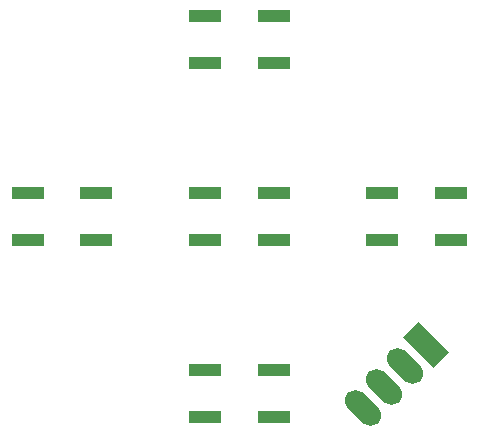
<source format=gbs>
G04 #@! TF.GenerationSoftware,KiCad,Pcbnew,8.0.7-unknown-1000.20241208gitf899755.fc40*
G04 #@! TF.CreationDate,2024-12-14T19:17:03-08:00*
G04 #@! TF.ProjectId,led-ctrl-24v,6c65642d-6374-4726-9c2d-3234762e6b69,rev?*
G04 #@! TF.SameCoordinates,Original*
G04 #@! TF.FileFunction,Soldermask,Bot*
G04 #@! TF.FilePolarity,Negative*
%FSLAX46Y46*%
G04 Gerber Fmt 4.6, Leading zero omitted, Abs format (unit mm)*
G04 Created by KiCad (PCBNEW 8.0.7-unknown-1000.20241208gitf899755.fc40) date 2024-12-14 19:17:03*
%MOMM*%
%LPD*%
G01*
G04 APERTURE LIST*
G04 Aperture macros list*
%AMHorizOval*
0 Thick line with rounded ends*
0 $1 width*
0 $2 $3 position (X,Y) of the first rounded end (center of the circle)*
0 $4 $5 position (X,Y) of the second rounded end (center of the circle)*
0 Add line between two ends*
20,1,$1,$2,$3,$4,$5,0*
0 Add two circle primitives to create the rounded ends*
1,1,$1,$2,$3*
1,1,$1,$4,$5*%
%AMRotRect*
0 Rectangle, with rotation*
0 The origin of the aperture is its center*
0 $1 length*
0 $2 width*
0 $3 Rotation angle, in degrees counterclockwise*
0 Add horizontal line*
21,1,$1,$2,0,0,$3*%
G04 Aperture macros list end*
%ADD10RotRect,3.600000X1.800000X315.000000*%
%ADD11HorizOval,1.800000X0.636396X-0.636396X-0.636396X0.636396X0*%
%ADD12R,2.800000X1.000000*%
G04 APERTURE END LIST*
D10*
G04 #@! TO.C,J1*
X106087006Y-133212994D03*
D11*
X104290955Y-135009045D03*
X102494904Y-136805096D03*
X100698852Y-138601148D03*
G04 #@! TD*
D12*
G04 #@! TO.C,SW5*
X108160000Y-120358000D03*
X102360000Y-120358000D03*
X108160000Y-124358000D03*
X102360000Y-124358000D03*
G04 #@! TD*
G04 #@! TO.C,SW4*
X78160000Y-120358000D03*
X72360000Y-120358000D03*
X78160000Y-124358000D03*
X72360000Y-124358000D03*
G04 #@! TD*
G04 #@! TO.C,SW3*
X93160000Y-135358000D03*
X87360000Y-135358000D03*
X93160000Y-139358000D03*
X87360000Y-139358000D03*
G04 #@! TD*
G04 #@! TO.C,SW1*
X93160000Y-120358000D03*
X87360000Y-120358000D03*
X93160000Y-124358000D03*
X87360000Y-124358000D03*
G04 #@! TD*
G04 #@! TO.C,SW2*
X93160000Y-105358000D03*
X87360000Y-105358000D03*
X93160000Y-109358000D03*
X87360000Y-109358000D03*
G04 #@! TD*
M02*

</source>
